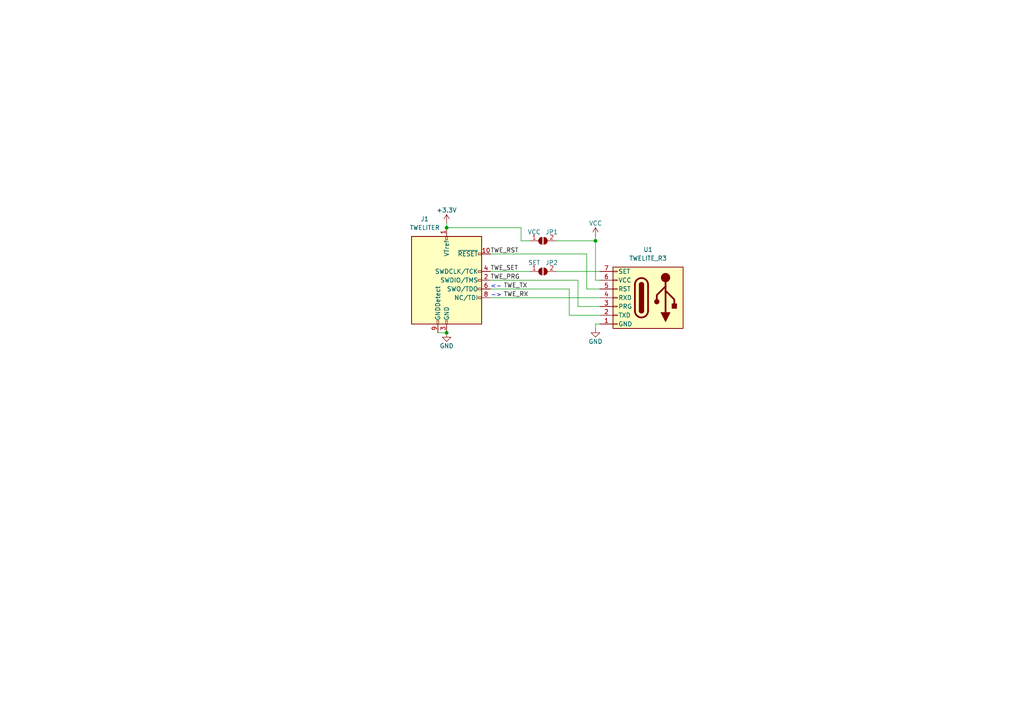
<source format=kicad_sch>
(kicad_sch (version 20211123) (generator eeschema)
  (paper "A4")
  (lib_symbols
    (symbol "Boards_extlib:TWELITE_R3" (pin_names (offset 1.524))
      (property "Reference" "U" (at 0 12.7 0))
      (property "Value" "TWELITE_R3" (at 0 10.16 0))
      (symbol "TWELITE_R3_0_1"
        (polyline (pts (xy 5.08 -3.81) (xy 5.08 3.81)) (stroke (width 0.508)))
        (polyline (pts (xy 8.89 3.81) (xy 8.89 -3.81)) (stroke (width 0.508)))
        (polyline (pts (xy 13.97 -5.842) (xy 13.97 4.318)) (stroke (width 0.508)))
        (polyline (pts (xy 13.97 -3.302) (xy 11.43 -0.762) (xy 11.43 0.508)) (stroke (width 0.508)))
        (polyline (pts (xy 13.97 -2.032) (xy 16.51 0.508) (xy 16.51 1.778)) (stroke (width 0.508)))
        (polyline (pts (xy 12.7 4.318) (xy 13.97 6.858) (xy 15.24 4.318) (xy 12.7 4.318)) (stroke (width 0.254)) (fill (type outline)))
        (arc (start 5.08 -3.81) (mid 6.985 -5.715) (end 8.89 -3.81) (stroke (width 0.508)))
        (arc (start 6.35 -3.81) (mid 6.985 -4.445) (end 7.62 -3.81) (stroke (width 0.254)))
        (arc (start 6.35 -3.81) (mid 6.985 -4.445) (end 7.62 -3.81) (stroke (width 0.254)) (fill (type outline)))
        (rectangle (start 6.35 -3.81) (end 7.62 3.81) (stroke (width 0.254)) (fill (type outline)))
        (arc (start 7.62 3.81) (mid 6.985 4.445) (end 6.35 3.81) (stroke (width 0.254)))
        (arc (start 7.62 3.81) (mid 6.985 4.445) (end 6.35 3.81) (stroke (width 0.254)) (fill (type outline)))
        (arc (start 8.89 3.81) (mid 6.985 5.715) (end 5.08 3.81) (stroke (width 0.508)))
        (circle (center 11.43 1.143) (radius 0.635) (stroke (width 0.254)) (fill (type outline)))
        (circle (center 13.97 -5.842) (radius 1.27) (fill (type outline)))
        (rectangle (start 15.875 1.778) (end 17.145 3.048) (stroke (width 0.254)) (fill (type outline)))
      )
      (symbol "TWELITE_R3_1_1"
        (rectangle (start -1.27 -7.493) (end 0 -7.747) (stroke (width 0.1524)))
        (rectangle (start -1.27 -4.953) (end 0 -5.207) (stroke (width 0.1524)))
        (rectangle (start -1.27 -2.413) (end 0 -2.667) (stroke (width 0.1524)))
        (rectangle (start -1.27 0.127) (end 0 -0.127) (stroke (width 0.1524)))
        (rectangle (start -1.27 2.667) (end 0 2.413) (stroke (width 0.1524)))
        (rectangle (start -1.27 5.207) (end 0 4.953) (stroke (width 0.1524)))
        (rectangle (start -1.27 7.747) (end 0 7.493) (stroke (width 0.1524)))
        (rectangle (start -1.27 8.89) (end 19.05 -8.89) (stroke (width 0.254)) (fill (type background)))
        (pin passive line (at -5.08 7.62 0) (length 3.81) (name "GND") (number "1"))
        (pin passive line (at -5.08 5.08 0) (length 3.81) (name "TXD") (number "2"))
        (pin passive line (at -5.08 2.54 0) (length 3.81) (name "PRG") (number "3"))
        (pin passive line (at -5.08 0 0) (length 3.81) (name "RXD") (number "4"))
        (pin passive line (at -5.08 -2.54 0) (length 3.81) (name "RST") (number "5"))
        (pin passive line (at -5.08 -5.08 0) (length 3.81) (name "VCC") (number "6"))
        (pin passive line (at -5.08 -7.62 0) (length 3.81) (name "SET") (number "7"))
      )
    )
    (symbol "Connector:Conn_ARM_JTAG_SWD_10" (pin_names (offset 1.016))
      (property "Reference" "J" (at -2.54 16.51 0))
      (property "Value" "Conn_ARM_JTAG_SWD_10" (at -2.54 13.97 0))
      (symbol "Conn_ARM_JTAG_SWD_10_0_1"
        (rectangle (start -10.16 12.7) (end 10.16 -12.7) (stroke (width 0.254)) (fill (type background)))
        (rectangle (start -2.794 -12.7) (end -2.286 -11.684))
        (rectangle (start -0.254 -12.7) (end 0.254 -11.684))
        (rectangle (start -0.254 12.7) (end 0.254 11.684))
        (rectangle (start 9.144 2.286) (end 10.16 2.794))
        (rectangle (start 10.16 -2.794) (end 9.144 -2.286))
        (rectangle (start 10.16 -0.254) (end 9.144 0.254))
        (rectangle (start 10.16 7.874) (end 9.144 7.366))
      )
      (symbol "Conn_ARM_JTAG_SWD_10_1_1"
        (rectangle (start 9.144 -5.334) (end 10.16 -4.826))
        (pin power_in line (at 0 15.24 270) (length 2.54) (name "VTref") (number "1"))
        (pin open_collector line (at 12.7 7.62 180) (length 2.54) (name "~{RESET}") (number "10"))
        (pin bidirectional line (at 12.7 0 180) (length 2.54) (name "SWDIO/TMS") (number "2"))
        (pin power_in line (at 0 -15.24 90) (length 2.54) (name "GND") (number "3"))
        (pin output line (at 12.7 2.54 180) (length 2.54) (name "SWDCLK/TCK") (number "4"))
        (pin passive line (at 0 -15.24 90) (length 2.54) hide (name "GND") (number "5"))
        (pin input line (at 12.7 -2.54 180) (length 2.54) (name "SWO/TDO") (number "6"))
        (pin no_connect line (at -10.16 0 0) (length 2.54) hide (name "KEY") (number "7"))
        (pin output line (at 12.7 -5.08 180) (length 2.54) (name "NC/TDI") (number "8"))
        (pin passive line (at -2.54 -15.24 90) (length 2.54) (name "GNDDetect") (number "9"))
      )
    )
    (symbol "Jumper:SolderJumper_2_Open" (pin_names (offset 0) hide)
      (property "Reference" "JP" (at 0 2.032 0))
      (property "Value" "SolderJumper_2_Open" (at 0 -2.54 0))
      (symbol "SolderJumper_2_Open_0_1"
        (arc (start -0.254 1.016) (mid -1.27 0) (end -0.254 -1.016))
        (arc (start -0.254 1.016) (mid -1.27 0) (end -0.254 -1.016) (fill (type outline)))
        (polyline (pts (xy -0.254 1.016) (xy -0.254 -1.016)))
        (polyline (pts (xy 0.254 1.016) (xy 0.254 -1.016)))
        (arc (start 0.254 -1.016) (mid 1.27 0) (end 0.254 1.016))
        (arc (start 0.254 -1.016) (mid 1.27 0) (end 0.254 1.016) (fill (type outline)))
      )
      (symbol "SolderJumper_2_Open_1_1"
        (pin passive line (at -3.81 0 0) (length 2.54) (name "A") (number "1"))
        (pin passive line (at 3.81 0 180) (length 2.54) (name "B") (number "2"))
      )
    )
    (symbol "power:+3.3V" (power) (pin_names (offset 0))
      (property "Value" "+3.3V" (at 0 3.556 0))
      (symbol "+3.3V_0_1"
        (polyline (pts (xy -0.762 1.27) (xy 0 2.54)))
        (polyline (pts (xy 0 0) (xy 0 2.54)))
        (polyline (pts (xy 0 2.54) (xy 0.762 1.27)))
      )
      (symbol "+3.3V_1_1"
        (pin power_in line (at 0 0 90) (length 0) hide (name "+3.3V") (number "1"))
      )
    )
    (symbol "power:GND" (power) (pin_names (offset 0))
      (property "Value" "GND" (at 0 -3.81 0))
      (symbol "GND_0_1"
        (polyline (pts (xy 0 0) (xy 0 -1.27) (xy 1.27 -1.27) (xy 0 -2.54) (xy -1.27 -1.27) (xy 0 -1.27)))
      )
      (symbol "GND_1_1"
        (pin power_in line (at 0 0 270) (length 0) hide (name "GND") (number "1"))
      )
    )
    (symbol "power:VCC" (power) (pin_names (offset 0))
      (property "Value" "VCC" (at 0 3.81 0))
      (symbol "VCC_0_1"
        (polyline (pts (xy -0.762 1.27) (xy 0 2.54)))
        (polyline (pts (xy 0 0) (xy 0 2.54)))
        (polyline (pts (xy 0 2.54) (xy 0.762 1.27)))
      )
      (symbol "VCC_1_1"
        (pin power_in line (at 0 0 90) (length 0) hide (name "VCC") (number "1"))
      )
    )
  )
  (junction (at 172.72 69.85))
  (junction (at 129.54 96.52))
  (junction (at 129.54 66.04))
  (wire (pts (xy 142.24 78.74) (xy 153.67 78.74)))
  (wire (pts (xy 172.72 93.98) (xy 173.99 93.98)))
  (wire (pts (xy 172.72 81.28) (xy 173.99 81.28)))
  (wire (pts (xy 127 96.52) (xy 129.54 96.52)))
  (wire (pts (xy 165.1 91.44) (xy 165.1 83.82)))
  (wire (pts (xy 161.29 69.85) (xy 172.72 69.85)))
  (wire (pts (xy 172.72 95.25) (xy 172.72 93.98)))
  (wire (pts (xy 170.18 83.82) (xy 170.18 73.66)))
  (wire (pts (xy 173.99 91.44) (xy 165.1 91.44)))
  (wire (pts (xy 129.54 66.04) (xy 151.13 66.04)))
  (wire (pts (xy 172.72 69.85) (xy 172.72 81.28)))
  (wire (pts (xy 142.24 83.82) (xy 165.1 83.82)))
  (wire (pts (xy 173.99 88.9) (xy 167.64 88.9)))
  (wire (pts (xy 172.72 68.58) (xy 172.72 69.85)))
  (wire (pts (xy 161.29 78.74) (xy 173.99 78.74)))
  (wire (pts (xy 167.64 88.9) (xy 167.64 81.28)))
  (wire (pts (xy 151.13 69.85) (xy 153.67 69.85)))
  (wire (pts (xy 151.13 66.04) (xy 151.13 69.85)))
  (wire (pts (xy 170.18 73.66) (xy 142.24 73.66)))
  (wire (pts (xy 173.99 83.82) (xy 170.18 83.82)))
  (wire (pts (xy 142.24 86.36) (xy 173.99 86.36)))
  (wire (pts (xy 129.54 64.77) (xy 129.54 66.04)))
  (wire (pts (xy 167.64 81.28) (xy 142.24 81.28)))
  (text "<-" (at 142.24 83.82 0) (effects (font (size 1.27 1.27)) (justify left bottom)))
  (text "->" (at 142.24 86.36 0) (effects (font (size 1.27 1.27)) (justify left bottom)))
  (label "TWE_PRG" (at 142.24 81.28 0))
  (label "TWE_RST" (at 142.24 73.66 0))
  (label "TWE_SET" (at 142.24 78.74 0))
  (label "TWE_TX" (at 146.05 83.82 0))
  (label "TWE_RX" (at 146.05 86.36 0))
  (symbol (lib_id "Jumper:SolderJumper_2_Open") (at 157.48 78.74 0) (unit 1)
    (property "Reference" "JP2" (at 160.02 76.2 0))
    (property "Value" "SET" (at 154.94 76.2 0))
    (property "Footprint" "Connector_PinHeader_2.54mm:PinHeader_1x02_P2.54mm_Vertical" (effects hide))
  )
  (symbol (lib_id "Jumper:SolderJumper_2_Open") (at 157.48 69.85 0) (unit 1)
    (property "Reference" "JP1" (at 160.02 67.31 0))
    (property "Value" "VCC" (at 154.94 67.31 0))
    (property "Footprint" "Connector_PinHeader_2.54mm:PinHeader_1x02_P2.54mm_Vertical" (effects hide))
  )
  (symbol (lib_id "Boards_extlib:TWELITE_R3") (at 179.07 86.36 0) (mirror x) (unit 1)
    (property "Reference" "U1" (at 187.96 72.39 0))
    (property "Value" "TWELITE_R3" (at 187.96 74.93 0))
    (property "Footprint" "Connector_PinSocket_2.54mm:PinSocket_1x07_P2.54mm_Horizontal" (effects hide))
  )
  (symbol (lib_id "power:VCC") (at 172.72 68.58 0) (unit 1)
    (property "Reference" "#PWR03" (effects hide))
    (property "Value" "VCC" (at 172.72 64.77 0))
  )
  (symbol (lib_id "power:+3.3V") (at 129.54 64.77 0) (unit 1)
    (property "Reference" "#PWR01" (effects hide))
    (property "Value" "+3.3V" (at 129.54 60.96 0))
  )
  (symbol (lib_id "Connector:Conn_ARM_JTAG_SWD_10") (at 129.54 81.28 0) (unit 1)
    (property "Reference" "J1" (at 123.19 63.5 0))
    (property "Value" "TWELITER" (at 123.19 66.04 0))
    (property "Footprint" "Connector_PinHeader_1.27mm:PinHeader_2x05_P1.27mm_Vertical_SMD" (effects hide))
    (property "Datasheet" "http://infocenter.arm.com/help/topic/com.arm.doc.ddi0314h/DDI0314H_coresight_components_trm.pdf" (effects hide))
  )
  (symbol (lib_id "power:GND") (at 129.54 96.52 0) (unit 1)
    (property "Reference" "#PWR02" (effects hide))
    (property "Value" "GND" (at 129.54 100.33 0))
  )
  (symbol (lib_id "power:GND") (at 172.72 95.25 0) (unit 1)
    (property "Reference" "#PWR04" (effects hide))
    (property "Value" "GND" (at 172.72 99.06 0))
  )
)
</source>
